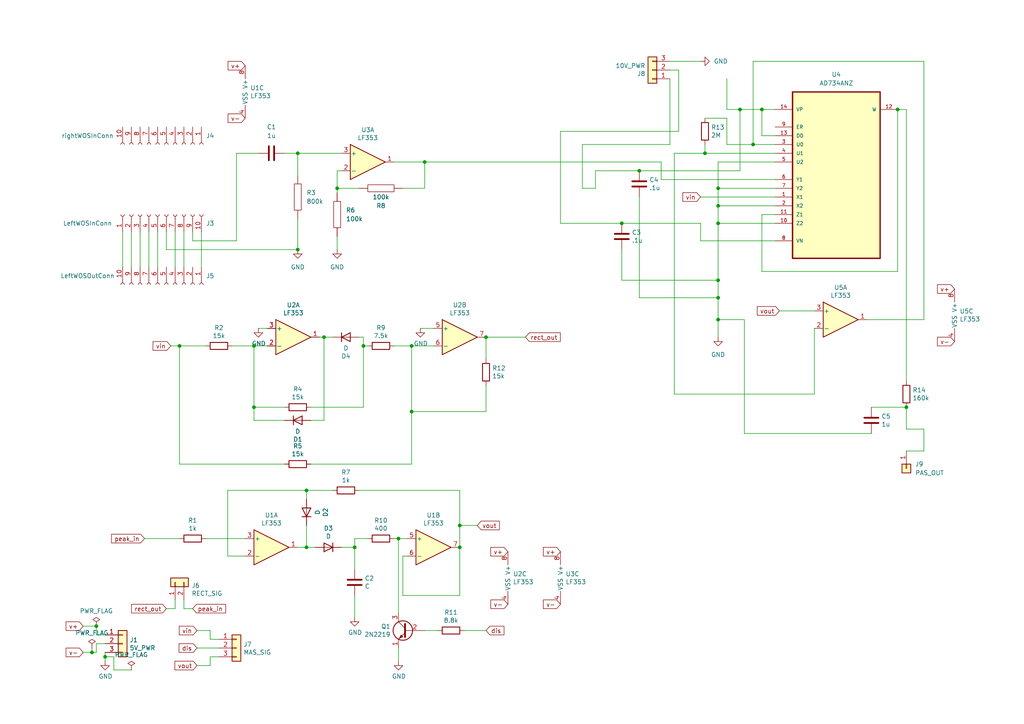
<source format=kicad_sch>
(kicad_sch (version 20211123) (generator eeschema)
  (paper "A4")
  (lib_symbols
    (symbol "AD734ANZ:AD734ANZ" (pin_names (offset 1.016))
      (property "Reference" "U" (at -4.5523 22.4563 0))
      (property "Value" "AD734ANZ" (at -7.4706 -30.5938 0))
      (symbol "AD734ANZ_0_0"
        (rectangle (start -12.7 -27.94) (end 12.7 20.32) (stroke (width 0.4064)) (fill (type background)))
        (pin input line (at -17.78 -10.16 0) (length 5.08) (name "X1") (number "1"))
        (pin input line (at -17.78 -17.78 0) (length 5.08) (name "Z2") (number "10"))
        (pin input line (at -17.78 -15.24 0) (length 5.08) (name "Z1") (number "11"))
        (pin output line (at 17.78 15.24 180) (length 5.08) (name "W") (number "12"))
        (pin input line (at -17.78 7.62 0) (length 5.08) (name "DD") (number "13"))
        (pin power_in line (at -17.78 15.24 0) (length 5.08) (name "VP") (number "14"))
        (pin input line (at -17.78 -12.7 0) (length 5.08) (name "X2") (number "2"))
        (pin input line (at -17.78 5.08 0) (length 5.08) (name "U0") (number "3"))
        (pin input line (at -17.78 2.54 0) (length 5.08) (name "U1") (number "4"))
        (pin input line (at -17.78 0 0) (length 5.08) (name "U2") (number "5"))
        (pin input line (at -17.78 -5.08 0) (length 5.08) (name "Y1") (number "6"))
        (pin input line (at -17.78 -7.62 0) (length 5.08) (name "Y2") (number "7"))
        (pin power_in line (at -17.78 -22.86 0) (length 5.08) (name "VN") (number "8"))
        (pin input line (at -17.78 10.16 0) (length 5.08) (name "ER") (number "9"))
      )
    )
    (symbol "Amplifier_Audio:TDA1308" (pin_names (offset 0.127))
      (property "Reference" "U" (at 5.08 6.35 0))
      (property "Value" "TDA1308" (at 5.08 3.81 0))
      (symbol "TDA1308_1_1"
        (polyline (pts (xy -5.08 5.08) (xy 5.08 0) (xy -5.08 -5.08) (xy -5.08 5.08)) (stroke (width 0.254)) (fill (type background)))
        (pin output line (at 7.62 0 180) (length 2.54) (name "~") (number "1"))
        (pin input line (at -7.62 -2.54 0) (length 2.54) (name "-") (number "2"))
        (pin input line (at -7.62 2.54 0) (length 2.54) (name "+") (number "3"))
      )
      (symbol "TDA1308_2_1"
        (polyline (pts (xy -5.08 5.08) (xy 5.08 0) (xy -5.08 -5.08) (xy -5.08 5.08)) (stroke (width 0.254)) (fill (type background)))
        (pin input line (at -7.62 2.54 0) (length 2.54) (name "+") (number "5"))
        (pin input line (at -7.62 -2.54 0) (length 2.54) (name "-") (number "6"))
        (pin output line (at 7.62 0 180) (length 2.54) (name "~") (number "7"))
      )
      (symbol "TDA1308_3_1"
        (pin power_in line (at -2.54 -7.62 90) (length 3.81) (name "VSS") (number "4"))
        (pin power_in line (at -2.54 7.62 270) (length 3.81) (name "V+") (number "8"))
      )
    )
    (symbol "Connector:Conn_01x10_Female" (pin_names (offset 1.016) hide)
      (property "Reference" "J" (at 0 12.7 0))
      (property "Value" "Conn_01x10_Female" (at 0 -15.24 0))
      (symbol "Conn_01x10_Female_1_1"
        (arc (start 0 -12.192) (mid -0.508 -12.7) (end 0 -13.208) (stroke (width 0.1524)))
        (arc (start 0 -9.652) (mid -0.508 -10.16) (end 0 -10.668) (stroke (width 0.1524)))
        (arc (start 0 -7.112) (mid -0.508 -7.62) (end 0 -8.128) (stroke (width 0.1524)))
        (arc (start 0 -4.572) (mid -0.508 -5.08) (end 0 -5.588) (stroke (width 0.1524)))
        (arc (start 0 -2.032) (mid -0.508 -2.54) (end 0 -3.048) (stroke (width 0.1524)))
        (polyline (pts (xy -1.27 -12.7) (xy -0.508 -12.7)) (stroke (width 0.1524)))
        (polyline (pts (xy -1.27 -10.16) (xy -0.508 -10.16)) (stroke (width 0.1524)))
        (polyline (pts (xy -1.27 -7.62) (xy -0.508 -7.62)) (stroke (width 0.1524)))
        (polyline (pts (xy -1.27 -5.08) (xy -0.508 -5.08)) (stroke (width 0.1524)))
        (polyline (pts (xy -1.27 -2.54) (xy -0.508 -2.54)) (stroke (width 0.1524)))
        (polyline (pts (xy -1.27 0) (xy -0.508 0)) (stroke (width 0.1524)))
        (polyline (pts (xy -1.27 2.54) (xy -0.508 2.54)) (stroke (width 0.1524)))
        (polyline (pts (xy -1.27 5.08) (xy -0.508 5.08)) (stroke (width 0.1524)))
        (polyline (pts (xy -1.27 7.62) (xy -0.508 7.62)) (stroke (width 0.1524)))
        (polyline (pts (xy -1.27 10.16) (xy -0.508 10.16)) (stroke (width 0.1524)))
        (arc (start 0 0.508) (mid -0.508 0) (end 0 -0.508) (stroke (width 0.1524)))
        (arc (start 0 3.048) (mid -0.508 2.54) (end 0 2.032) (stroke (width 0.1524)))
        (arc (start 0 5.588) (mid -0.508 5.08) (end 0 4.572) (stroke (width 0.1524)))
        (arc (start 0 8.128) (mid -0.508 7.62) (end 0 7.112) (stroke (width 0.1524)))
        (arc (start 0 10.668) (mid -0.508 10.16) (end 0 9.652) (stroke (width 0.1524)))
        (pin passive line (at -5.08 10.16 0) (length 3.81) (name "Pin_1") (number "1"))
        (pin passive line (at -5.08 -12.7 0) (length 3.81) (name "Pin_10") (number "10"))
        (pin passive line (at -5.08 7.62 0) (length 3.81) (name "Pin_2") (number "2"))
        (pin passive line (at -5.08 5.08 0) (length 3.81) (name "Pin_3") (number "3"))
        (pin passive line (at -5.08 2.54 0) (length 3.81) (name "Pin_4") (number "4"))
        (pin passive line (at -5.08 0 0) (length 3.81) (name "Pin_5") (number "5"))
        (pin passive line (at -5.08 -2.54 0) (length 3.81) (name "Pin_6") (number "6"))
        (pin passive line (at -5.08 -5.08 0) (length 3.81) (name "Pin_7") (number "7"))
        (pin passive line (at -5.08 -7.62 0) (length 3.81) (name "Pin_8") (number "8"))
        (pin passive line (at -5.08 -10.16 0) (length 3.81) (name "Pin_9") (number "9"))
      )
    )
    (symbol "Connector_Generic:Conn_01x01" (pin_names (offset 1.016) hide)
      (property "Reference" "J" (at 0 2.54 0))
      (property "Value" "Conn_01x01" (at 0 -2.54 0))
      (symbol "Conn_01x01_1_1"
        (rectangle (start -1.27 0.127) (end 0 -0.127) (stroke (width 0.1524)))
        (rectangle (start -1.27 1.27) (end 1.27 -1.27) (stroke (width 0.254)) (fill (type background)))
        (pin passive line (at -5.08 0 0) (length 3.81) (name "Pin_1") (number "1"))
      )
    )
    (symbol "Connector_Generic:Conn_01x02" (pin_names (offset 1.016) hide)
      (property "Reference" "J" (at 0 2.54 0))
      (property "Value" "Conn_01x02" (at 0 -5.08 0))
      (symbol "Conn_01x02_1_1"
        (rectangle (start -1.27 -2.413) (end 0 -2.667) (stroke (width 0.1524)))
        (rectangle (start -1.27 0.127) (end 0 -0.127) (stroke (width 0.1524)))
        (rectangle (start -1.27 1.27) (end 1.27 -3.81) (stroke (width 0.254)) (fill (type background)))
        (pin passive line (at -5.08 0 0) (length 3.81) (name "Pin_1") (number "1"))
        (pin passive line (at -5.08 -2.54 0) (length 3.81) (name "Pin_2") (number "2"))
      )
    )
    (symbol "Connector_Generic:Conn_01x03" (pin_names (offset 1.016) hide)
      (property "Reference" "J" (at 0 5.08 0))
      (property "Value" "Conn_01x03" (at 0 -5.08 0))
      (symbol "Conn_01x03_1_1"
        (rectangle (start -1.27 -2.413) (end 0 -2.667) (stroke (width 0.1524)))
        (rectangle (start -1.27 0.127) (end 0 -0.127) (stroke (width 0.1524)))
        (rectangle (start -1.27 2.667) (end 0 2.413) (stroke (width 0.1524)))
        (rectangle (start -1.27 3.81) (end 1.27 -3.81) (stroke (width 0.254)) (fill (type background)))
        (pin passive line (at -5.08 2.54 0) (length 3.81) (name "Pin_1") (number "1"))
        (pin passive line (at -5.08 0 0) (length 3.81) (name "Pin_2") (number "2"))
        (pin passive line (at -5.08 -2.54 0) (length 3.81) (name "Pin_3") (number "3"))
      )
    )
    (symbol "Device:C" (pin_numbers hide) (pin_names (offset 0.254))
      (property "Reference" "C" (at 0.635 2.54 0))
      (property "Value" "C" (at 0.635 -2.54 0))
      (symbol "C_0_1"
        (polyline (pts (xy -2.032 -0.762) (xy 2.032 -0.762)) (stroke (width 0.508)))
        (polyline (pts (xy -2.032 0.762) (xy 2.032 0.762)) (stroke (width 0.508)))
      )
      (symbol "C_1_1"
        (pin passive line (at 0 3.81 270) (length 2.794) (name "~") (number "1"))
        (pin passive line (at 0 -3.81 90) (length 2.794) (name "~") (number "2"))
      )
    )
    (symbol "Device:D" (pin_numbers hide) (pin_names (offset 1.016) hide)
      (property "Reference" "D" (at 0 2.54 0))
      (property "Value" "D" (at 0 -2.54 0))
      (symbol "D_0_1"
        (polyline (pts (xy -1.27 1.27) (xy -1.27 -1.27)) (stroke (width 0.254)))
        (polyline (pts (xy 1.27 0) (xy -1.27 0)))
        (polyline (pts (xy 1.27 1.27) (xy 1.27 -1.27) (xy -1.27 0) (xy 1.27 1.27)) (stroke (width 0.254)))
      )
      (symbol "D_1_1"
        (pin passive line (at -3.81 0 0) (length 2.54) (name "K") (number "1"))
        (pin passive line (at 3.81 0 180) (length 2.54) (name "A") (number "2"))
      )
    )
    (symbol "Device:R" (pin_numbers hide) (pin_names (offset 0))
      (property "Reference" "R" (at 2.032 0 90))
      (property "Value" "R" (at 0 0 90))
      (symbol "R_0_1"
        (rectangle (start -1.016 -2.54) (end 1.016 2.54) (stroke (width 0.254)))
      )
      (symbol "R_1_1"
        (pin passive line (at 0 3.81 270) (length 1.27) (name "~") (number "1"))
        (pin passive line (at 0 -3.81 90) (length 1.27) (name "~") (number "2"))
      )
    )
    (symbol "Transistor_BJT:2N2219" (pin_names (offset 0) hide)
      (property "Reference" "Q" (at 5.08 1.905 0))
      (property "Value" "2N2219" (at 5.08 0 0))
      (symbol "2N2219_0_1"
        (polyline (pts (xy 0.635 0.635) (xy 2.54 2.54)))
        (polyline (pts (xy 0.635 -0.635) (xy 2.54 -2.54) (xy 2.54 -2.54)))
        (polyline (pts (xy 0.635 1.905) (xy 0.635 -1.905) (xy 0.635 -1.905)) (stroke (width 0.508)))
        (polyline (pts (xy 1.27 -1.778) (xy 1.778 -1.27) (xy 2.286 -2.286) (xy 1.27 -1.778) (xy 1.27 -1.778)) (fill (type outline)))
        (circle (center 1.27 0) (radius 2.8194) (stroke (width 0.254)))
      )
      (symbol "2N2219_1_1"
        (pin passive line (at 2.54 -5.08 90) (length 2.54) (name "E") (number "1"))
        (pin passive line (at -5.08 0 0) (length 5.715) (name "B") (number "2"))
        (pin passive line (at 2.54 5.08 270) (length 2.54) (name "C") (number "3"))
      )
    )
    (symbol "power:GND" (power) (pin_names (offset 0))
      (property "Value" "GND" (at 0 -3.81 0))
      (symbol "GND_0_1"
        (polyline (pts (xy 0 0) (xy 0 -1.27) (xy 1.27 -1.27) (xy 0 -2.54) (xy -1.27 -1.27) (xy 0 -1.27)))
      )
      (symbol "GND_1_1"
        (pin power_in line (at 0 0 270) (length 0) hide (name "GND") (number "1"))
      )
    )
    (symbol "power:PWR_FLAG" (power) (pin_numbers hide) (pin_names (offset 0) hide)
      (property "Value" "PWR_FLAG" (at 0 3.81 0))
      (symbol "PWR_FLAG_0_0"
        (pin power_out line (at 0 0 90) (length 0) (name "pwr") (number "1"))
      )
      (symbol "PWR_FLAG_0_1"
        (polyline (pts (xy 0 0) (xy 0 1.27) (xy -1.016 1.905) (xy 0 2.54) (xy 1.016 1.905) (xy 0 1.27)))
      )
    )
    (symbol "pspice:R" (pin_numbers hide) (pin_names (offset 0))
      (property "Reference" "R" (at 2.032 0 90))
      (property "Value" "R" (at 0 0 90))
      (symbol "R_0_1"
        (rectangle (start -1.016 3.81) (end 1.016 -3.81))
      )
      (symbol "R_1_1"
        (pin passive line (at 0 6.35 270) (length 2.54) (name "~") (number "1"))
        (pin passive line (at 0 -6.35 90) (length 2.54) (name "~") (number "2"))
      )
    )
  )
  (junction (at 115.57 156.21))
  (junction (at 88.9 158.75))
  (junction (at 204.47 44.45))
  (junction (at 93.98 97.79))
  (junction (at 220.98 31.75))
  (junction (at 97.79 54.61))
  (junction (at 185.42 49.53))
  (junction (at 208.28 64.77))
  (junction (at 30.48 190.5))
  (junction (at 208.28 86.36))
  (junction (at 208.28 81.28))
  (junction (at 52.07 100.33))
  (junction (at 133.35 158.75))
  (junction (at 27.94 181.61))
  (junction (at 133.35 152.4))
  (junction (at 123.19 46.99))
  (junction (at 119.38 119.38))
  (junction (at 140.97 97.79))
  (junction (at 88.9 142.24))
  (junction (at 208.28 92.71))
  (junction (at 214.63 31.75))
  (junction (at 73.66 100.33))
  (junction (at 119.38 100.33))
  (junction (at 262.89 118.11))
  (junction (at 260.35 31.75))
  (junction (at 102.87 158.75))
  (junction (at 73.66 118.11))
  (junction (at 86.36 44.45))
  (junction (at 86.36 72.39))
  (junction (at 180.34 64.77))
  (junction (at 208.28 59.69))
  (junction (at 218.44 41.91))
  (junction (at 105.41 100.33))
  (junction (at 208.28 54.61))
  (junction (at 26.67 189.23))
  (wire (pts (xy 66.04 142.24) (xy 88.9 142.24)))
  (wire (pts (xy 267.97 92.71) (xy 267.97 17.78)))
  (wire (pts (xy 194.31 22.86) (xy 194.31 41.91)))
  (wire (pts (xy 121.92 95.25) (xy 125.73 95.25)))
  (wire (pts (xy 194.31 41.91) (xy 168.91 41.91)))
  (wire (pts (xy 105.41 100.33) (xy 106.68 100.33)))
  (wire (pts (xy 60.96 185.42) (xy 63.5 185.42)))
  (wire (pts (xy 262.89 31.75) (xy 260.35 31.75)))
  (wire (pts (xy 123.19 46.99) (xy 123.19 54.61)))
  (wire (pts (xy 203.2 69.85) (xy 224.79 69.85)))
  (wire (pts (xy 208.28 64.77) (xy 208.28 81.28)))
  (wire (pts (xy 236.22 95.25) (xy 236.22 114.3)))
  (wire (pts (xy 204.47 41.91) (xy 204.47 44.45)))
  (wire (pts (xy 60.96 190.5) (xy 60.96 193.04)))
  (wire (pts (xy 203.2 64.77) (xy 203.2 69.85)))
  (wire (pts (xy 116.84 172.72) (xy 116.84 161.29)))
  (wire (pts (xy 35.56 67.31) (xy 35.56 77.47)))
  (wire (pts (xy 116.84 54.61) (xy 123.19 54.61)))
  (wire (pts (xy 214.63 31.75) (xy 220.98 31.75)))
  (wire (pts (xy 102.87 158.75) (xy 102.87 165.1)))
  (wire (pts (xy 252.73 125.73) (xy 215.9 125.73)))
  (wire (pts (xy 224.79 54.61) (xy 208.28 54.61)))
  (wire (pts (xy 86.36 72.39) (xy 86.36 63.5)))
  (wire (pts (xy 97.79 54.61) (xy 97.79 55.88)))
  (wire (pts (xy 53.34 67.31) (xy 53.34 77.47)))
  (wire (pts (xy 220.98 62.23) (xy 220.98 78.74)))
  (wire (pts (xy 102.87 156.21) (xy 106.68 156.21)))
  (wire (pts (xy 267.97 124.46) (xy 267.97 130.81)))
  (wire (pts (xy 115.57 156.21) (xy 115.57 177.8)))
  (wire (pts (xy 220.98 78.74) (xy 260.35 78.74)))
  (wire (pts (xy 215.9 92.71) (xy 208.28 92.71)))
  (wire (pts (xy 66.04 142.24) (xy 66.04 161.29)))
  (wire (pts (xy 267.97 124.46) (xy 262.89 124.46)))
  (wire (pts (xy 185.42 49.53) (xy 214.63 49.53)))
  (wire (pts (xy 262.89 110.49) (xy 262.89 31.75)))
  (wire (pts (xy 191.77 52.07) (xy 224.79 52.07)))
  (wire (pts (xy 52.07 100.33) (xy 49.53 100.33)))
  (wire (pts (xy 119.38 119.38) (xy 119.38 134.62)))
  (wire (pts (xy 60.96 193.04) (xy 57.15 193.04)))
  (wire (pts (xy 52.07 100.33) (xy 52.07 134.62)))
  (wire (pts (xy 97.79 68.58) (xy 97.79 72.39)))
  (wire (pts (xy 260.35 78.74) (xy 260.35 31.75)))
  (wire (pts (xy 115.57 187.96) (xy 115.57 191.77)))
  (wire (pts (xy 236.22 114.3) (xy 195.58 114.3)))
  (wire (pts (xy 196.85 20.32) (xy 196.85 38.1)))
  (wire (pts (xy 224.79 31.75) (xy 220.98 31.75)))
  (wire (pts (xy 30.48 184.15) (xy 27.94 184.15)))
  (wire (pts (xy 185.42 86.36) (xy 208.28 86.36)))
  (wire (pts (xy 27.94 181.61) (xy 24.13 181.61)))
  (wire (pts (xy 26.67 189.23) (xy 24.13 189.23)))
  (wire (pts (xy 52.07 156.21) (xy 41.91 156.21)))
  (wire (pts (xy 133.35 172.72) (xy 116.84 172.72)))
  (wire (pts (xy 140.97 119.38) (xy 119.38 119.38)))
  (wire (pts (xy 114.3 156.21) (xy 115.57 156.21)))
  (wire (pts (xy 67.31 100.33) (xy 73.66 100.33)))
  (wire (pts (xy 27.94 189.23) (xy 26.67 189.23)))
  (wire (pts (xy 102.87 172.72) (xy 102.87 179.07)))
  (wire (pts (xy 82.55 118.11) (xy 73.66 118.11)))
  (wire (pts (xy 73.66 100.33) (xy 77.47 100.33)))
  (wire (pts (xy 53.34 173.99) (xy 53.34 176.53)))
  (wire (pts (xy 30.48 190.5) (xy 30.48 191.77)))
  (wire (pts (xy 30.48 190.5) (xy 33.02 190.5)))
  (wire (pts (xy 208.28 81.28) (xy 208.28 86.36)))
  (wire (pts (xy 86.36 44.45) (xy 99.06 44.45)))
  (wire (pts (xy 33.02 190.5) (xy 33.02 194.31)))
  (wire (pts (xy 115.57 156.21) (xy 118.11 156.21)))
  (wire (pts (xy 50.8 67.31) (xy 50.8 77.47)))
  (wire (pts (xy 180.34 81.28) (xy 208.28 81.28)))
  (wire (pts (xy 180.34 72.39) (xy 180.34 81.28)))
  (wire (pts (xy 134.62 182.88) (xy 140.97 182.88)))
  (wire (pts (xy 53.34 176.53) (xy 55.88 176.53)))
  (wire (pts (xy 63.5 187.96) (xy 57.15 187.96)))
  (wire (pts (xy 208.28 86.36) (xy 208.28 92.71)))
  (wire (pts (xy 224.79 46.99) (xy 208.28 46.99)))
  (wire (pts (xy 73.66 118.11) (xy 73.66 100.33)))
  (wire (pts (xy 191.77 46.99) (xy 191.77 52.07)))
  (wire (pts (xy 172.72 54.61) (xy 172.72 49.53)))
  (wire (pts (xy 224.79 59.69) (xy 208.28 59.69)))
  (wire (pts (xy 92.71 97.79) (xy 93.98 97.79)))
  (wire (pts (xy 96.52 142.24) (xy 88.9 142.24)))
  (wire (pts (xy 185.42 57.15) (xy 185.42 86.36)))
  (wire (pts (xy 88.9 152.4) (xy 88.9 158.75)))
  (wire (pts (xy 125.73 100.33) (xy 119.38 100.33)))
  (wire (pts (xy 162.56 38.1) (xy 162.56 64.77)))
  (wire (pts (xy 99.06 49.53) (xy 97.79 49.53)))
  (wire (pts (xy 194.31 20.32) (xy 196.85 20.32)))
  (wire (pts (xy 59.69 156.21) (xy 71.12 156.21)))
  (wire (pts (xy 93.98 97.79) (xy 96.52 97.79)))
  (wire (pts (xy 208.28 54.61) (xy 208.28 59.69)))
  (wire (pts (xy 168.91 41.91) (xy 168.91 54.61)))
  (wire (pts (xy 220.98 39.37) (xy 224.79 39.37)))
  (wire (pts (xy 262.89 124.46) (xy 262.89 118.11)))
  (wire (pts (xy 97.79 54.61) (xy 104.14 54.61)))
  (wire (pts (xy 123.19 182.88) (xy 127 182.88)))
  (wire (pts (xy 105.41 97.79) (xy 105.41 100.33)))
  (wire (pts (xy 123.19 46.99) (xy 191.77 46.99)))
  (wire (pts (xy 116.84 161.29) (xy 118.11 161.29)))
  (wire (pts (xy 66.04 161.29) (xy 71.12 161.29)))
  (wire (pts (xy 162.56 64.77) (xy 180.34 64.77)))
  (wire (pts (xy 133.35 158.75) (xy 133.35 172.72)))
  (wire (pts (xy 114.3 46.99) (xy 123.19 46.99)))
  (wire (pts (xy 27.94 184.15) (xy 27.94 181.61)))
  (wire (pts (xy 93.98 121.92) (xy 93.98 97.79)))
  (wire (pts (xy 224.79 62.23) (xy 220.98 62.23)))
  (wire (pts (xy 119.38 134.62) (xy 90.17 134.62)))
  (wire (pts (xy 86.36 158.75) (xy 88.9 158.75)))
  (wire (pts (xy 119.38 100.33) (xy 119.38 119.38)))
  (wire (pts (xy 195.58 44.45) (xy 204.47 44.45)))
  (wire (pts (xy 55.88 69.85) (xy 68.58 69.85)))
  (wire (pts (xy 50.8 176.53) (xy 48.26 176.53)))
  (wire (pts (xy 204.47 44.45) (xy 224.79 44.45)))
  (wire (pts (xy 138.43 152.4) (xy 133.35 152.4)))
  (wire (pts (xy 203.2 57.15) (xy 224.79 57.15)))
  (wire (pts (xy 208.28 64.77) (xy 224.79 64.77)))
  (wire (pts (xy 38.1 67.31) (xy 38.1 77.47)))
  (wire (pts (xy 210.82 31.75) (xy 214.63 31.75)))
  (wire (pts (xy 102.87 158.75) (xy 102.87 156.21)))
  (wire (pts (xy 105.41 118.11) (xy 105.41 100.33)))
  (wire (pts (xy 97.79 49.53) (xy 97.79 54.61)))
  (wire (pts (xy 77.47 95.25) (xy 74.93 95.25)))
  (wire (pts (xy 30.48 186.69) (xy 27.94 186.69)))
  (wire (pts (xy 168.91 54.61) (xy 172.72 54.61)))
  (wire (pts (xy 251.46 92.71) (xy 267.97 92.71)))
  (wire (pts (xy 52.07 134.62) (xy 82.55 134.62)))
  (wire (pts (xy 40.64 67.31) (xy 40.64 77.47)))
  (wire (pts (xy 26.67 189.23) (xy 26.67 187.96)))
  (wire (pts (xy 196.85 38.1) (xy 162.56 38.1)))
  (wire (pts (xy 133.35 152.4) (xy 133.35 158.75)))
  (wire (pts (xy 208.28 92.71) (xy 208.28 97.79)))
  (wire (pts (xy 27.94 186.69) (xy 27.94 189.23)))
  (wire (pts (xy 60.96 185.42) (xy 60.96 182.88)))
  (wire (pts (xy 194.31 17.78) (xy 203.2 17.78)))
  (wire (pts (xy 48.26 72.39) (xy 86.36 72.39)))
  (wire (pts (xy 210.82 22.86) (xy 210.82 31.75)))
  (wire (pts (xy 215.9 125.73) (xy 215.9 92.71)))
  (wire (pts (xy 86.36 44.45) (xy 86.36 50.8)))
  (wire (pts (xy 210.82 41.91) (xy 218.44 41.91)))
  (wire (pts (xy 195.58 114.3) (xy 195.58 44.45)))
  (wire (pts (xy 73.66 121.92) (xy 73.66 118.11)))
  (wire (pts (xy 140.97 111.76) (xy 140.97 119.38)))
  (wire (pts (xy 119.38 100.33) (xy 114.3 100.33)))
  (wire (pts (xy 63.5 190.5) (xy 60.96 190.5)))
  (wire (pts (xy 48.26 67.31) (xy 48.26 72.39)))
  (wire (pts (xy 204.47 34.29) (xy 210.82 34.29)))
  (wire (pts (xy 210.82 34.29) (xy 210.82 41.91)))
  (wire (pts (xy 218.44 41.91) (xy 224.79 41.91)))
  (wire (pts (xy 220.98 31.75) (xy 220.98 39.37)))
  (wire (pts (xy 140.97 97.79) (xy 152.4 97.79)))
  (wire (pts (xy 55.88 67.31) (xy 55.88 69.85)))
  (wire (pts (xy 104.14 142.24) (xy 133.35 142.24)))
  (wire (pts (xy 88.9 142.24) (xy 88.9 144.78)))
  (wire (pts (xy 90.17 118.11) (xy 105.41 118.11)))
  (wire (pts (xy 133.35 142.24) (xy 133.35 152.4)))
  (wire (pts (xy 104.14 97.79) (xy 105.41 97.79)))
  (wire (pts (xy 68.58 44.45) (xy 68.58 69.85)))
  (wire (pts (xy 267.97 17.78) (xy 218.44 17.78)))
  (wire (pts (xy 33.02 194.31) (xy 38.1 194.31)))
  (wire (pts (xy 60.96 182.88) (xy 57.15 182.88)))
  (wire (pts (xy 82.55 44.45) (xy 86.36 44.45)))
  (wire (pts (xy 218.44 17.78) (xy 218.44 41.91)))
  (wire (pts (xy 52.07 100.33) (xy 59.69 100.33)))
  (wire (pts (xy 82.55 121.92) (xy 73.66 121.92)))
  (wire (pts (xy 99.06 158.75) (xy 102.87 158.75)))
  (wire (pts (xy 68.58 44.45) (xy 74.93 44.45)))
  (wire (pts (xy 90.17 121.92) (xy 93.98 121.92)))
  (wire (pts (xy 252.73 118.11) (xy 262.89 118.11)))
  (wire (pts (xy 208.28 46.99) (xy 208.28 54.61)))
  (wire (pts (xy 180.34 64.77) (xy 203.2 64.77)))
  (wire (pts (xy 88.9 158.75) (xy 91.44 158.75)))
  (wire (pts (xy 43.18 67.31) (xy 43.18 77.47)))
  (wire (pts (xy 208.28 59.69) (xy 208.28 64.77)))
  (wire (pts (xy 50.8 173.99) (xy 50.8 176.53)))
  (wire (pts (xy 267.97 130.81) (xy 262.89 130.81)))
  (wire (pts (xy 226.06 90.17) (xy 236.22 90.17)))
  (wire (pts (xy 214.63 49.53) (xy 214.63 31.75)))
  (wire (pts (xy 58.42 67.31) (xy 58.42 77.47)))
  (wire (pts (xy 140.97 97.79) (xy 140.97 104.14)))
  (wire (pts (xy 30.48 189.23) (xy 30.48 190.5)))
  (wire (pts (xy 45.72 67.31) (xy 45.72 77.47)))
  (wire (pts (xy 172.72 49.53) (xy 185.42 49.53)))
  (global_label "v-" (shape input) (at 24.13 189.23 180) (property "Intersheet References" "${INTERSHEET_REFS}" (effects hide)))
  (global_label "dis" (shape input) (at 140.97 182.88 0) (property "Intersheet References" "${INTERSHEET_REFS}" (effects hide)))
  (global_label "vin" (shape input) (at 203.2 57.15 180) (property "Intersheet References" "${INTERSHEET_REFS}" (effects hide)))
  (global_label "v-" (shape input) (at 162.56 175.26 180) (property "Intersheet References" "${INTERSHEET_REFS}" (effects hide)))
  (global_label "dis" (shape input) (at 57.15 187.96 180) (property "Intersheet References" "${INTERSHEET_REFS}" (effects hide)))
  (global_label "vout" (shape input) (at 57.15 193.04 180) (property "Intersheet References" "${INTERSHEET_REFS}" (effects hide)))
  (global_label "v-" (shape input) (at 276.86 99.06 180) (property "Intersheet References" "${INTERSHEET_REFS}" (effects hide)))
  (global_label "v+" (shape input) (at 71.12 19.05 180) (property "Intersheet References" "${INTERSHEET_REFS}" (effects hide)))
  (global_label "rect_out" (shape input) (at 48.26 176.53 180) (property "Intersheet References" "${INTERSHEET_REFS}" (effects hide)))
  (global_label "vin" (shape input) (at 57.15 182.88 180) (property "Intersheet References" "${INTERSHEET_REFS}" (effects hide)))
  (global_label "v-" (shape input) (at 147.32 175.26 180) (property "Intersheet References" "${INTERSHEET_REFS}" (effects hide)))
  (global_label "peak_in" (shape input) (at 41.91 156.21 180) (property "Intersheet References" "${INTERSHEET_REFS}" (effects hide)))
  (global_label "peak_in" (shape input) (at 55.88 176.53 0) (property "Intersheet References" "${INTERSHEET_REFS}" (effects hide)))
  (global_label "v+" (shape input) (at 162.56 160.02 180) (property "Intersheet References" "${INTERSHEET_REFS}" (effects hide)))
  (global_label "vout" (shape input) (at 226.06 90.17 180) (property "Intersheet References" "${INTERSHEET_REFS}" (effects hide)))
  (global_label "v-" (shape input) (at 71.12 34.29 180) (property "Intersheet References" "${INTERSHEET_REFS}" (effects hide)))
  (global_label "v+" (shape input) (at 147.32 160.02 180) (property "Intersheet References" "${INTERSHEET_REFS}" (effects hide)))
  (global_label "v+" (shape input) (at 24.13 181.61 180) (property "Intersheet References" "${INTERSHEET_REFS}" (effects hide)))
  (global_label "v+" (shape input) (at 276.86 83.82 180) (property "Intersheet References" "${INTERSHEET_REFS}" (effects hide)))
  (global_label "vout" (shape input) (at 138.43 152.4 0) (property "Intersheet References" "${INTERSHEET_REFS}" (effects hide)))
  (global_label "rect_out" (shape input) (at 152.4 97.79 0) (property "Intersheet References" "${INTERSHEET_REFS}" (effects hide)))
  (global_label "vin" (shape input) (at 49.53 100.33 180) (property "Intersheet References" "${INTERSHEET_REFS}" (effects hide)))
  (symbol (lib_id "AD734ANZ:AD734ANZ") (at 242.57 46.99 0) (unit 1)
    (property "Reference" "U4" (at 242.57 21.59 0))
    (property "Value" "AD734ANZ" (at 242.57 24.13 0))
    (property "Footprint" "Package_DIP:DIP-14_W7.62mm" (effects hide))
    (property "SUPPLIER" "Analog Devices" (effects hide))
    (property "OC_FARNELL" "9603573" (effects hide))
    (property "MPN" "AD734ANZ" (effects hide))
    (property "PACKAGE" "DIP-14" (effects hide))
    (property "OC_NEWARK" "59K4727" (effects hide))
  )
  (symbol (lib_id "pspice:R") (at 110.49 54.61 90) (unit 1)
    (property "Reference" "R8" (at 110.49 59.69 90))
    (property "Value" "100k" (at 110.49 57.15 90))
    (property "Footprint" "Resistor_THT:R_Axial_DIN0207_L6.3mm_D2.5mm_P10.16mm_Horizontal" (effects hide))
  )
  (symbol (lib_id "power:GND") (at 74.93 95.25 0) (unit 1)
    (property "Reference" "#PWR0102" (effects hide))
    (property "Value" "GND" (at 75.057 99.6442 0))
  )
  (symbol (lib_id "Device:C") (at 252.73 121.92 0) (unit 1)
    (property "Reference" "C5" (at 255.651 120.7516 0) (effects (justify left)))
    (property "Value" "1u" (at 255.651 123.063 0) (effects (justify left)))
    (property "Footprint" "Capacitor_THT:C_Axial_L22.0mm_D10.5mm_P27.50mm_Horizontal" (effects hide))
  )
  (symbol (lib_id "Device:R") (at 110.49 156.21 270) (unit 1)
    (property "Reference" "R10" (at 110.49 150.9522 90))
    (property "Value" "400" (at 110.49 153.2636 90))
    (property "Footprint" "Resistor_THT:R_Axial_DIN0207_L6.3mm_D2.5mm_P10.16mm_Horizontal" (effects hide))
  )
  (symbol (lib_id "Device:C") (at 180.34 68.58 0) (unit 1)
    (property "Reference" "C3" (at 183.261 67.4116 0) (effects (justify left)))
    (property "Value" ".1u" (at 183.261 69.723 0) (effects (justify left)))
    (property "Footprint" "Capacitor_THT:C_Disc_D3.0mm_W1.6mm_P2.50mm" (effects hide))
  )
  (symbol (lib_id "Device:C") (at 102.87 168.91 0) (unit 1)
    (property "Reference" "C2" (at 105.791 167.7416 0) (effects (justify left)))
    (property "Value" "C" (at 105.791 170.053 0) (effects (justify left)))
    (property "Footprint" "Capacitor_THT:C_Axial_L12.0mm_D6.5mm_P15.00mm_Horizontal" (effects hide))
  )
  (symbol (lib_id "Device:R") (at 130.81 182.88 270) (unit 1)
    (property "Reference" "R11" (at 130.81 177.6222 90))
    (property "Value" "8.8k" (at 130.81 179.9336 90))
    (property "Footprint" "Resistor_THT:R_Axial_DIN0207_L6.3mm_D2.5mm_P10.16mm_Horizontal" (effects hide))
  )
  (symbol (lib_id "Device:D") (at 88.9 148.59 90) (unit 1)
    (property "Reference" "D2" (at 94.4118 148.59 0))
    (property "Value" "D" (at 92.1004 148.59 0))
    (property "Footprint" "Resistor_THT:R_Axial_DIN0207_L6.3mm_D2.5mm_P10.16mm_Horizontal" (effects hide))
  )
  (symbol (lib_id "Amplifier_Audio:TDA1308") (at 125.73 158.75 0) (unit 2)
    (property "Reference" "U1" (at 125.73 149.4282 0))
    (property "Value" "LF353" (at 125.73 151.7396 0))
    (property "Footprint" "Package_DIP:DIP-8_W7.62mm" (effects hide))
    (property "Datasheet" "https://www.nxp.com/docs/en/data-sheet/TDA1308.pdf" (effects hide))
  )
  (symbol (lib_id "Device:R") (at 140.97 107.95 0) (unit 1)
    (property "Reference" "R12" (at 142.748 106.7816 0) (effects (justify left)))
    (property "Value" "15k" (at 142.748 109.093 0) (effects (justify left)))
    (property "Footprint" "Resistor_THT:R_Axial_DIN0207_L6.3mm_D2.5mm_P10.16mm_Horizontal" (effects hide))
  )
  (symbol (lib_id "Device:D") (at 95.25 158.75 180) (unit 1)
    (property "Reference" "D3" (at 95.25 153.2382 0))
    (property "Value" "D" (at 95.25 155.5496 0))
    (property "Footprint" "Resistor_THT:R_Axial_DIN0207_L6.3mm_D2.5mm_P10.16mm_Horizontal" (effects hide))
  )
  (symbol (lib_id "pspice:R") (at 86.36 57.15 0) (unit 1)
    (property "Reference" "R3" (at 88.9 55.8799 0) (effects (justify left)))
    (property "Value" "800k" (at 88.9 58.4199 0) (effects (justify left)))
    (property "Footprint" "Resistor_THT:R_Axial_DIN0207_L6.3mm_D2.5mm_P10.16mm_Horizontal" (effects hide))
  )
  (symbol (lib_id "Device:C") (at 185.42 53.34 0) (unit 1)
    (property "Reference" "C4" (at 188.341 52.1716 0) (effects (justify left)))
    (property "Value" ".1u" (at 188.341 54.483 0) (effects (justify left)))
    (property "Footprint" "Capacitor_THT:C_Disc_D3.0mm_W1.6mm_P2.50mm" (effects hide))
  )
  (symbol (lib_id "power:GND") (at 208.28 97.79 0) (unit 1)
    (property "Reference" "#PWR0113" (effects hide))
    (property "Value" "GND" (at 208.28 102.87 0))
  )
  (symbol (lib_id "Connector_Generic:Conn_01x03") (at 189.23 20.32 180) (unit 1)
    (property "Reference" "J8" (at 187.198 21.3868 0) (effects (justify left)))
    (property "Value" "10V_PWR" (at 187.198 19.0754 0) (effects (justify left)))
    (property "Footprint" "Connector_PinSocket_2.54mm:PinSocket_1x03_P2.54mm_Vertical" (effects hide))
  )
  (symbol (lib_id "power:GND") (at 115.57 191.77 0) (unit 1)
    (property "Reference" "#PWR0109" (effects hide))
    (property "Value" "GND" (at 115.697 196.1642 0))
  )
  (symbol (lib_id "power:PWR_FLAG") (at 26.67 187.96 0) (unit 1)
    (property "Reference" "#FLG0102" (effects hide))
    (property "Value" "PWR_FLAG" (at 26.67 183.5658 0))
  )
  (symbol (lib_id "Device:D") (at 86.36 121.92 0) (unit 1)
    (property "Reference" "D1" (at 86.36 127.4318 0))
    (property "Value" "D" (at 86.36 125.1204 0))
    (property "Footprint" "Resistor_THT:R_Axial_DIN0207_L6.3mm_D2.5mm_P10.16mm_Horizontal" (effects hide))
  )
  (symbol (lib_id "Device:R") (at 63.5 100.33 270) (unit 1)
    (property "Reference" "R2" (at 63.5 95.0722 90))
    (property "Value" "15k" (at 63.5 97.3836 90))
    (property "Footprint" "Resistor_THT:R_Axial_DIN0207_L6.3mm_D2.5mm_P10.16mm_Horizontal" (effects hide))
  )
  (symbol (lib_id "Device:R") (at 86.36 118.11 270) (unit 1)
    (property "Reference" "R4" (at 86.36 112.8522 90))
    (property "Value" "15k" (at 86.36 115.1636 90))
    (property "Footprint" "Resistor_THT:R_Axial_DIN0207_L6.3mm_D2.5mm_P10.16mm_Horizontal" (effects hide))
  )
  (symbol (lib_id "Device:R") (at 100.33 142.24 270) (unit 1)
    (property "Reference" "R7" (at 100.33 136.9822 90))
    (property "Value" "1k" (at 100.33 139.2936 90))
    (property "Footprint" "Resistor_THT:R_Axial_DIN0207_L6.3mm_D2.5mm_P10.16mm_Horizontal" (effects hide))
  )
  (symbol (lib_id "Device:R") (at 262.89 114.3 0) (unit 1)
    (property "Reference" "R14" (at 264.668 113.1316 0) (effects (justify left)))
    (property "Value" "160k" (at 264.668 115.443 0) (effects (justify left)))
    (property "Footprint" "Resistor_THT:R_Axial_DIN0207_L6.3mm_D2.5mm_P10.16mm_Horizontal" (effects hide))
  )
  (symbol (lib_id "Device:R") (at 110.49 100.33 270) (unit 1)
    (property "Reference" "R9" (at 110.49 95.0722 90))
    (property "Value" "7.5k" (at 110.49 97.3836 90))
    (property "Footprint" "Resistor_THT:R_Axial_DIN0207_L6.3mm_D2.5mm_P10.16mm_Horizontal" (effects hide))
  )
  (symbol (lib_id "Connector_Generic:Conn_01x03") (at 35.56 186.69 0) (unit 1)
    (property "Reference" "J1" (at 37.592 185.6232 0) (effects (justify left)))
    (property "Value" "5V_PWR" (at 37.592 187.9346 0) (effects (justify left)))
    (property "Footprint" "Connector_PinSocket_2.54mm:PinSocket_1x03_P2.54mm_Vertical" (effects hide))
  )
  (symbol (lib_id "power:PWR_FLAG") (at 27.94 181.61 0) (unit 1)
    (property "Reference" "#FLG0103" (effects hide))
    (property "Value" "PWR_FLAG" (at 27.94 177.2158 0))
  )
  (symbol (lib_id "Connector:Conn_01x10_Female") (at 48.26 41.91 270) (unit 1)
    (property "Reference" "J4" (at 60.96 39.37 90))
    (property "Value" "rightWOSInConn" (at 25.4 39.37 90))
    (property "Footprint" "Connector_PinHeader_2.54mm:PinHeader_1x10_P2.54mm_Vertical" (effects hide))
  )
  (symbol (lib_id "power:GND") (at 121.92 95.25 0) (unit 1)
    (property "Reference" "#PWR0104" (effects hide))
    (property "Value" "GND" (at 122.047 99.6442 0))
  )
  (symbol (lib_id "power:PWR_FLAG") (at 38.1 194.31 0) (unit 1)
    (property "Reference" "#FLG0101" (effects hide))
    (property "Value" "PWR_FLAG" (at 38.1 189.9158 0))
  )
  (symbol (lib_id "Amplifier_Audio:TDA1308") (at 133.35 97.79 0) (unit 2)
    (property "Reference" "U2" (at 133.35 88.4682 0))
    (property "Value" "LF353" (at 133.35 90.7796 0))
    (property "Footprint" "Package_DIP:DIP-8_W7.62mm" (effects hide))
    (property "Datasheet" "https://www.nxp.com/docs/en/data-sheet/TDA1308.pdf" (effects hide))
  )
  (symbol (lib_id "Connector:Conn_01x10_Female") (at 48.26 82.55 270) (unit 1)
    (property "Reference" "J5" (at 60.96 80.01 90))
    (property "Value" "LeftWOSOutConn" (at 25.4 80.01 90))
    (property "Footprint" "Connector_PinHeader_2.54mm:PinHeader_1x10_P2.54mm_Vertical" (effects hide))
  )
  (symbol (lib_id "power:GND") (at 203.2 17.78 90) (unit 1)
    (property "Reference" "#PWR0112" (effects hide))
    (property "Value" "GND" (at 207.01 17.7799 90) (effects (justify right)))
  )
  (symbol (lib_id "Device:R") (at 204.47 38.1 0) (unit 1)
    (property "Reference" "R13" (at 206.248 36.9316 0) (effects (justify left)))
    (property "Value" "2M" (at 206.248 39.243 0) (effects (justify left)))
    (property "Footprint" "Resistor_THT:R_Axial_DIN0207_L6.3mm_D2.5mm_P10.16mm_Horizontal" (effects hide))
  )
  (symbol (lib_id "Amplifier_Audio:TDA1308") (at 106.68 46.99 0) (unit 1)
    (property "Reference" "U3" (at 106.68 37.6682 0))
    (property "Value" "LF353" (at 106.68 39.9796 0))
    (property "Footprint" "Package_DIP:DIP-8_W7.62mm" (effects hide))
    (property "Datasheet" "https://www.nxp.com/docs/en/data-sheet/TDA1308.pdf" (effects hide))
  )
  (symbol (lib_id "Amplifier_Audio:TDA1308") (at 243.84 92.71 0) (unit 1)
    (property "Reference" "U5" (at 243.84 83.3882 0))
    (property "Value" "LF353" (at 243.84 85.6996 0))
    (property "Footprint" "Package_DIP:DIP-8_W7.62mm" (effects hide))
    (property "Datasheet" "https://www.nxp.com/docs/en/data-sheet/TDA1308.pdf" (effects hide))
  )
  (symbol (lib_id "Device:D") (at 100.33 97.79 0) (unit 1)
    (property "Reference" "D4" (at 100.33 103.3018 0))
    (property "Value" "D" (at 100.33 100.9904 0))
    (property "Footprint" "Resistor_THT:R_Axial_DIN0207_L6.3mm_D2.5mm_P10.16mm_Horizontal" (effects hide))
  )
  (symbol (lib_id "Device:R") (at 86.36 134.62 270) (unit 1)
    (property "Reference" "R5" (at 86.36 129.3622 90))
    (property "Value" "15k" (at 86.36 131.6736 90))
    (property "Footprint" "Resistor_THT:R_Axial_DIN0207_L6.3mm_D2.5mm_P10.16mm_Horizontal" (effects hide))
  )
  (symbol (lib_id "Amplifier_Audio:TDA1308") (at 165.1 167.64 0) (unit 3)
    (property "Reference" "U3" (at 164.0332 166.4716 0) (effects (justify left)))
    (property "Value" "LF353" (at 164.0332 168.783 0) (effects (justify left)))
    (property "Footprint" "Package_DIP:DIP-8_W7.62mm" (effects hide))
    (property "Datasheet" "https://www.nxp.com/docs/en/data-sheet/TDA1308.pdf" (effects hide))
  )
  (symbol (lib_id "Amplifier_Audio:TDA1308") (at 73.66 26.67 0) (unit 3)
    (property "Reference" "U1" (at 72.5932 25.5016 0) (effects (justify left)))
    (property "Value" "LF353" (at 72.5932 27.813 0) (effects (justify left)))
    (property "Footprint" "Package_DIP:DIP-8_W7.62mm" (effects hide))
    (property "Datasheet" "https://www.nxp.com/docs/en/data-sheet/TDA1308.pdf" (effects hide))
  )
  (symbol (lib_id "power:GND") (at 97.79 72.39 0) (unit 1)
    (property "Reference" "#PWR0103" (effects hide))
    (property "Value" "GND" (at 97.79 77.47 0))
  )
  (symbol (lib_id "power:GND") (at 30.48 191.77 0) (unit 1)
    (property "Reference" "#PWR0111" (effects hide))
    (property "Value" "GND" (at 30.607 196.1642 0))
  )
  (symbol (lib_id "Amplifier_Audio:TDA1308") (at 279.4 91.44 0) (unit 3)
    (property "Reference" "U5" (at 278.3332 90.2716 0) (effects (justify left)))
    (property "Value" "LF353" (at 278.3332 92.583 0) (effects (justify left)))
    (property "Footprint" "Package_DIP:DIP-8_W7.62mm" (effects hide))
    (property "Datasheet" "https://www.nxp.com/docs/en/data-sheet/TDA1308.pdf" (effects hide))
  )
  (symbol (lib_id "Amplifier_Audio:TDA1308") (at 85.09 97.79 0) (unit 1)
    (property "Reference" "U2" (at 85.09 88.4682 0))
    (property "Value" "LF353" (at 85.09 90.7796 0))
    (property "Footprint" "Package_DIP:DIP-8_W7.62mm" (effects hide))
    (property "Datasheet" "https://www.nxp.com/docs/en/data-sheet/TDA1308.pdf" (effects hide))
  )
  (symbol (lib_id "power:GND") (at 86.36 72.39 0) (unit 1)
    (property "Reference" "#PWR0101" (effects hide))
    (property "Value" "GND" (at 86.36 77.47 0))
  )
  (symbol (lib_id "Connector_Generic:Conn_01x02") (at 50.8 168.91 90) (unit 1)
    (property "Reference" "J6" (at 55.5752 169.8244 90) (effects (justify right)))
    (property "Value" "RECT_SIG" (at 55.5752 172.1358 90) (effects (justify right)))
    (property "Footprint" "Connector_PinSocket_2.54mm:PinSocket_1x02_P2.54mm_Vertical" (effects hide))
  )
  (symbol (lib_id "power:GND") (at 102.87 179.07 0) (unit 1)
    (property "Reference" "#PWR0110" (effects hide))
    (property "Value" "GND" (at 102.997 183.4642 0))
  )
  (symbol (lib_id "Device:C") (at 78.74 44.45 90) (unit 1)
    (property "Reference" "C1" (at 78.74 36.83 90))
    (property "Value" "1u" (at 78.74 39.37 90))
    (property "Footprint" "Capacitor_THT:C_Axial_L19.0mm_D7.5mm_P25.00mm_Horizontal" (effects hide))
  )
  (symbol (lib_id "Amplifier_Audio:TDA1308") (at 149.86 167.64 0) (unit 3)
    (property "Reference" "U2" (at 148.7932 166.4716 0) (effects (justify left)))
    (property "Value" "LF353" (at 148.7932 168.783 0) (effects (justify left)))
    (property "Footprint" "Package_DIP:DIP-8_W7.62mm" (effects hide))
    (property "Datasheet" "https://www.nxp.com/docs/en/data-sheet/TDA1308.pdf" (effects hide))
  )
  (symbol (lib_id "Connector:Conn_01x10_Female") (at 45.72 62.23 90) (unit 1)
    (property "Reference" "J3" (at 60.96 64.77 90))
    (property "Value" "LeftWOSInConn" (at 25.4 64.77 90))
    (property "Footprint" "Connector_PinHeader_2.54mm:PinHeader_1x10_P2.54mm_Vertical" (effects hide))
  )
  (symbol (lib_id "pspice:R") (at 97.79 62.23 0) (unit 1)
    (property "Reference" "R6" (at 100.33 60.9599 0) (effects (justify left)))
    (property "Value" "100k" (at 100.33 63.4999 0) (effects (justify left)))
    (property "Footprint" "Resistor_THT:R_Axial_DIN0207_L6.3mm_D2.5mm_P10.16mm_Horizontal" (effects hide))
  )
  (symbol (lib_id "Connector_Generic:Conn_01x01") (at 262.89 135.89 270) (unit 1)
    (property "Reference" "J9" (at 265.43 134.6199 90) (effects (justify left)))
    (property "Value" "PAS_OUT" (at 265.43 137.1599 90) (effects (justify left)))
    (property "Footprint" "Connector_PinSocket_2.54mm:PinSocket_1x01_P2.54mm_Vertical" (effects hide))
  )
  (symbol (lib_id "Transistor_BJT:2N2219") (at 118.11 182.88 0) (mirror y) (unit 1)
    (property "Reference" "Q1" (at 113.284 181.7116 0) (effects (justify left)))
    (property "Value" "2N2219" (at 113.284 184.023 0) (effects (justify left)))
    (property "Footprint" "Package_TO_SOT_THT:TO-39-3" (effects hide))
    (property "Datasheet" "http://www.onsemi.com/pub_link/Collateral/2N2219-D.PDF" (effects hide))
  )
  (symbol (lib_id "Device:R") (at 55.88 156.21 270) (unit 1)
    (property "Reference" "R1" (at 55.88 150.9522 90))
    (property "Value" "1k" (at 55.88 153.2636 90))
    (property "Footprint" "Resistor_THT:R_Axial_DIN0207_L6.3mm_D2.5mm_P10.16mm_Horizontal" (effects hide))
  )
  (symbol (lib_id "Connector_Generic:Conn_01x03") (at 68.58 187.96 0) (unit 1)
    (property "Reference" "J7" (at 70.612 186.8932 0) (effects (justify left)))
    (property "Value" "MAS_SIG" (at 70.612 189.2046 0) (effects (justify left)))
    (property "Footprint" "Connector_PinSocket_2.54mm:PinSocket_1x03_P2.54mm_Vertical" (effects hide))
  )
  (symbol (lib_id "Amplifier_Audio:TDA1308") (at 78.74 158.75 0) (unit 1)
    (property "Reference" "U1" (at 78.74 149.4282 0))
    (property "Value" "LF353" (at 78.74 151.7396 0))
    (property "Footprint" "Package_DIP:DIP-8_W7.62mm" (effects hide))
    (property "Datasheet" "https://www.nxp.com/docs/en/data-sheet/TDA1308.pdf" (effects hide))
  )
)
</source>
